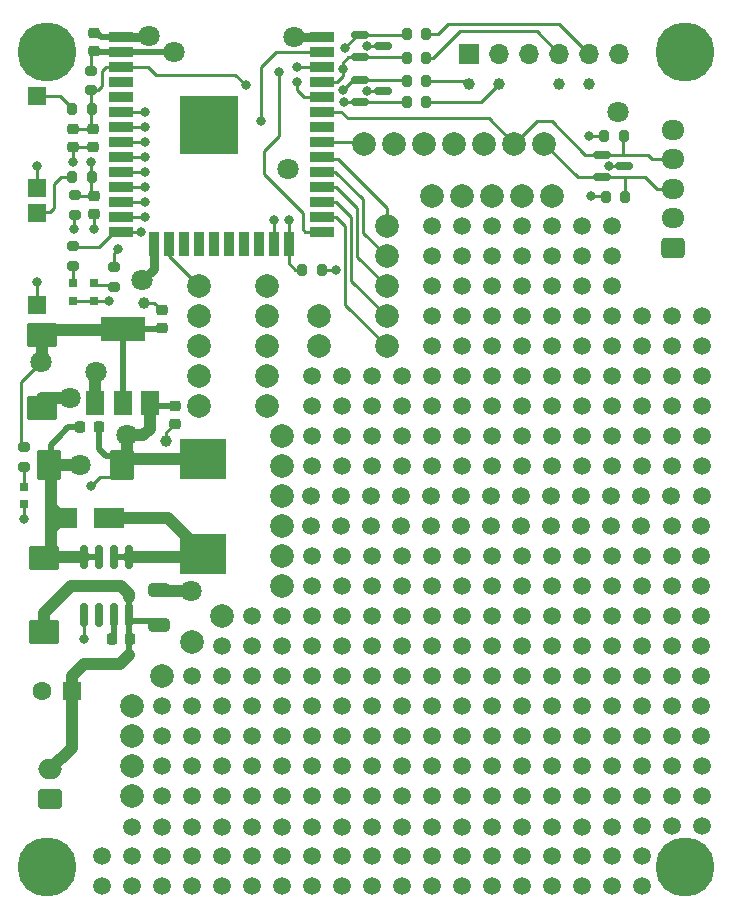
<source format=gbr>
%TF.GenerationSoftware,KiCad,Pcbnew,(6.0.1)*%
%TF.CreationDate,2023-01-01T21:05:58-08:00*%
%TF.ProjectId,ESP32 Protoboard - Small R1,45535033-3220-4507-926f-746f626f6172,rev?*%
%TF.SameCoordinates,Original*%
%TF.FileFunction,Copper,L1,Top*%
%TF.FilePolarity,Positive*%
%FSLAX46Y46*%
G04 Gerber Fmt 4.6, Leading zero omitted, Abs format (unit mm)*
G04 Created by KiCad (PCBNEW (6.0.1)) date 2023-01-01 21:05:58*
%MOMM*%
%LPD*%
G01*
G04 APERTURE LIST*
G04 Aperture macros list*
%AMRoundRect*
0 Rectangle with rounded corners*
0 $1 Rounding radius*
0 $2 $3 $4 $5 $6 $7 $8 $9 X,Y pos of 4 corners*
0 Add a 4 corners polygon primitive as box body*
4,1,4,$2,$3,$4,$5,$6,$7,$8,$9,$2,$3,0*
0 Add four circle primitives for the rounded corners*
1,1,$1+$1,$2,$3*
1,1,$1+$1,$4,$5*
1,1,$1+$1,$6,$7*
1,1,$1+$1,$8,$9*
0 Add four rect primitives between the rounded corners*
20,1,$1+$1,$2,$3,$4,$5,0*
20,1,$1+$1,$4,$5,$6,$7,0*
20,1,$1+$1,$6,$7,$8,$9,0*
20,1,$1+$1,$8,$9,$2,$3,0*%
G04 Aperture macros list end*
%TA.AperFunction,SMDPad,CuDef*%
%ADD10R,0.800000X0.800000*%
%TD*%
%TA.AperFunction,SMDPad,CuDef*%
%ADD11RoundRect,0.200000X0.275000X-0.200000X0.275000X0.200000X-0.275000X0.200000X-0.275000X-0.200000X0*%
%TD*%
%TA.AperFunction,SMDPad,CuDef*%
%ADD12RoundRect,0.200000X0.200000X0.275000X-0.200000X0.275000X-0.200000X-0.275000X0.200000X-0.275000X0*%
%TD*%
%TA.AperFunction,SMDPad,CuDef*%
%ADD13R,1.500000X1.500000*%
%TD*%
%TA.AperFunction,SMDPad,CuDef*%
%ADD14RoundRect,0.200000X-0.275000X0.200000X-0.275000X-0.200000X0.275000X-0.200000X0.275000X0.200000X0*%
%TD*%
%TA.AperFunction,SMDPad,CuDef*%
%ADD15RoundRect,0.225000X0.225000X0.250000X-0.225000X0.250000X-0.225000X-0.250000X0.225000X-0.250000X0*%
%TD*%
%TA.AperFunction,SMDPad,CuDef*%
%ADD16RoundRect,0.225000X0.250000X-0.225000X0.250000X0.225000X-0.250000X0.225000X-0.250000X-0.225000X0*%
%TD*%
%TA.AperFunction,SMDPad,CuDef*%
%ADD17RoundRect,0.250000X0.650000X-0.325000X0.650000X0.325000X-0.650000X0.325000X-0.650000X-0.325000X0*%
%TD*%
%TA.AperFunction,ComponentPad*%
%ADD18C,0.800000*%
%TD*%
%TA.AperFunction,ComponentPad*%
%ADD19C,5.000000*%
%TD*%
%TA.AperFunction,ComponentPad*%
%ADD20R,1.600000X1.600000*%
%TD*%
%TA.AperFunction,ComponentPad*%
%ADD21C,1.600000*%
%TD*%
%TA.AperFunction,SMDPad,CuDef*%
%ADD22RoundRect,0.150000X0.150000X-0.825000X0.150000X0.825000X-0.150000X0.825000X-0.150000X-0.825000X0*%
%TD*%
%TA.AperFunction,SMDPad,CuDef*%
%ADD23RoundRect,0.250000X0.787500X1.025000X-0.787500X1.025000X-0.787500X-1.025000X0.787500X-1.025000X0*%
%TD*%
%TA.AperFunction,SMDPad,CuDef*%
%ADD24RoundRect,0.250000X1.025000X-0.787500X1.025000X0.787500X-1.025000X0.787500X-1.025000X-0.787500X0*%
%TD*%
%TA.AperFunction,SMDPad,CuDef*%
%ADD25RoundRect,0.250000X-1.025000X0.787500X-1.025000X-0.787500X1.025000X-0.787500X1.025000X0.787500X0*%
%TD*%
%TA.AperFunction,SMDPad,CuDef*%
%ADD26RoundRect,0.225000X-0.250000X0.225000X-0.250000X-0.225000X0.250000X-0.225000X0.250000X0.225000X0*%
%TD*%
%TA.AperFunction,SMDPad,CuDef*%
%ADD27R,1.500000X2.000000*%
%TD*%
%TA.AperFunction,SMDPad,CuDef*%
%ADD28R,3.800000X2.000000*%
%TD*%
%TA.AperFunction,SMDPad,CuDef*%
%ADD29RoundRect,0.200000X-0.200000X-0.275000X0.200000X-0.275000X0.200000X0.275000X-0.200000X0.275000X0*%
%TD*%
%TA.AperFunction,SMDPad,CuDef*%
%ADD30R,2.500000X1.800000*%
%TD*%
%TA.AperFunction,SMDPad,CuDef*%
%ADD31R,2.000000X0.900000*%
%TD*%
%TA.AperFunction,SMDPad,CuDef*%
%ADD32R,0.900000X2.000000*%
%TD*%
%TA.AperFunction,SMDPad,CuDef*%
%ADD33R,5.000000X5.000000*%
%TD*%
%TA.AperFunction,SMDPad,CuDef*%
%ADD34R,4.000000X3.500000*%
%TD*%
%TA.AperFunction,ComponentPad*%
%ADD35C,1.000000*%
%TD*%
%TA.AperFunction,ComponentPad*%
%ADD36RoundRect,0.250000X0.750000X-0.600000X0.750000X0.600000X-0.750000X0.600000X-0.750000X-0.600000X0*%
%TD*%
%TA.AperFunction,ComponentPad*%
%ADD37O,2.000000X1.700000*%
%TD*%
%TA.AperFunction,ComponentPad*%
%ADD38RoundRect,0.250000X0.725000X-0.600000X0.725000X0.600000X-0.725000X0.600000X-0.725000X-0.600000X0*%
%TD*%
%TA.AperFunction,ComponentPad*%
%ADD39O,1.950000X1.700000*%
%TD*%
%TA.AperFunction,ComponentPad*%
%ADD40C,1.500000*%
%TD*%
%TA.AperFunction,ComponentPad*%
%ADD41C,2.000000*%
%TD*%
%TA.AperFunction,ComponentPad*%
%ADD42R,1.700000X1.700000*%
%TD*%
%TA.AperFunction,ComponentPad*%
%ADD43O,1.700000X1.700000*%
%TD*%
%TA.AperFunction,SMDPad,CuDef*%
%ADD44RoundRect,0.150000X-0.587500X-0.150000X0.587500X-0.150000X0.587500X0.150000X-0.587500X0.150000X0*%
%TD*%
%TA.AperFunction,ViaPad*%
%ADD45C,1.800000*%
%TD*%
%TA.AperFunction,ViaPad*%
%ADD46C,0.800000*%
%TD*%
%TA.AperFunction,ViaPad*%
%ADD47C,1.000000*%
%TD*%
%TA.AperFunction,Conductor*%
%ADD48C,0.750000*%
%TD*%
%TA.AperFunction,Conductor*%
%ADD49C,1.000000*%
%TD*%
%TA.AperFunction,Conductor*%
%ADD50C,0.500000*%
%TD*%
%TA.AperFunction,Conductor*%
%ADD51C,0.250000*%
%TD*%
G04 APERTURE END LIST*
D10*
%TO.P,D12,1,K*%
%TO.N,GND*%
X5207000Y-24118000D03*
%TO.P,D12,2,A*%
%TO.N,Net-(D12-Pad2)*%
X5207000Y-22618000D03*
%TD*%
D11*
%TO.P,R10,1*%
%TO.N,Net-(D12-Pad2)*%
X5207000Y-21145000D03*
%TO.P,R10,2*%
%TO.N,Net-(IO12-Pad1)*%
X5207000Y-19495000D03*
%TD*%
D12*
%TO.P,R14,1*%
%TO.N,Net-(D2-Pad1)*%
X51826000Y-10160000D03*
%TO.P,R14,2*%
%TO.N,+3V3*%
X50176000Y-10160000D03*
%TD*%
D13*
%TO.P,SW1,1,1*%
%TO.N,Net-(R3-Pad1)*%
X2159000Y-6768000D03*
%TO.P,SW1,2,2*%
%TO.N,GND*%
X2159000Y-14568000D03*
%TD*%
D14*
%TO.P,R6,1*%
%TO.N,/PROG*%
X5334000Y-15177000D03*
%TO.P,R6,2*%
%TO.N,+3V3*%
X5334000Y-16827000D03*
%TD*%
D15*
%TO.P,C3,1*%
%TO.N,+5V*%
X7379000Y-34798000D03*
%TO.P,C3,2*%
%TO.N,GND*%
X5829000Y-34798000D03*
%TD*%
D16*
%TO.P,C11,1*%
%TO.N,+3V3*%
X12700000Y-26429000D03*
%TO.P,C11,2*%
%TO.N,GND*%
X12700000Y-24879000D03*
%TD*%
D17*
%TO.P,C2,1*%
%TO.N,VCC*%
X12446000Y-51513000D03*
%TO.P,C2,2*%
%TO.N,GND*%
X12446000Y-48563000D03*
%TD*%
D10*
%TO.P,D8,1,K*%
%TO.N,GND*%
X6985000Y-24118000D03*
%TO.P,D8,2,A*%
%TO.N,Net-(D8-Pad2)*%
X6985000Y-22618000D03*
%TD*%
D11*
%TO.P,R4,1*%
%TO.N,/RESET*%
X6731000Y-6286000D03*
%TO.P,R4,2*%
%TO.N,+3V3*%
X6731000Y-4636000D03*
%TD*%
D18*
%TO.P,H4,1*%
%TO.N,N/C*%
X55674175Y-73325825D03*
X55125000Y-72000000D03*
X55674175Y-70674175D03*
D19*
X57000000Y-72000000D03*
D18*
X58875000Y-72000000D03*
X58325825Y-73325825D03*
X58325825Y-70674175D03*
X57000000Y-70125000D03*
X57000000Y-73875000D03*
%TD*%
%TO.P,H3,1*%
%TO.N,N/C*%
X57000000Y-1125000D03*
X55674175Y-4325825D03*
D19*
X57000000Y-3000000D03*
D18*
X58325825Y-4325825D03*
X57000000Y-4875000D03*
X55674175Y-1674175D03*
X55125000Y-3000000D03*
X58325825Y-1674175D03*
X58875000Y-3000000D03*
%TD*%
D12*
%TO.P,R15,1*%
%TO.N,Net-(D2-Pad2)*%
X51953000Y-15277500D03*
%TO.P,R15,2*%
%TO.N,+3V3*%
X50303000Y-15277500D03*
%TD*%
%TO.P,R5,1*%
%TO.N,GND*%
X26257000Y-21500000D03*
%TO.P,R5,2*%
%TO.N,Net-(IO2-Pad1)*%
X24607000Y-21500000D03*
%TD*%
D10*
%TO.P,D7,1,K*%
%TO.N,GND*%
X1016000Y-41338000D03*
%TO.P,D7,2,A*%
%TO.N,Net-(D7-Pad2)*%
X1016000Y-39838000D03*
%TD*%
D20*
%TO.P,C1,1*%
%TO.N,VCC*%
X5080000Y-57150000D03*
D21*
%TO.P,C1,2*%
%TO.N,GND*%
X2580000Y-57150000D03*
%TD*%
D22*
%TO.P,U2,1,FB*%
%TO.N,+5V*%
X6096000Y-50717000D03*
%TO.P,U2,2,NC*%
%TO.N,unconnected-(U2-Pad2)*%
X7366000Y-50717000D03*
%TO.P,U2,3,VC*%
%TO.N,Net-(C5-Pad2)*%
X8636000Y-50717000D03*
%TO.P,U2,4,VIn*%
%TO.N,VCC*%
X9906000Y-50717000D03*
%TO.P,U2,5,SW*%
%TO.N,Net-(D1-Pad1)*%
X9906000Y-45767000D03*
%TO.P,U2,6,SW*%
X8636000Y-45767000D03*
%TO.P,U2,7,GND*%
%TO.N,GND*%
X7366000Y-45767000D03*
%TO.P,U2,8,GND*%
X6096000Y-45767000D03*
%TD*%
D18*
%TO.P,H2,1*%
%TO.N,N/C*%
X3000000Y-70125000D03*
D19*
X3000000Y-72000000D03*
D18*
X3000000Y-73875000D03*
X4875000Y-72000000D03*
X4325825Y-70674175D03*
X1125000Y-72000000D03*
X1674175Y-73325825D03*
X4325825Y-73325825D03*
X1674175Y-70674175D03*
%TD*%
D13*
%TO.P,SW2,1,1*%
%TO.N,Net-(R7-Pad1)*%
X2159000Y-16674000D03*
%TO.P,SW2,2,2*%
%TO.N,GND*%
X2159000Y-24474000D03*
%TD*%
D23*
%TO.P,C4,1*%
%TO.N,+5V*%
X9363500Y-37992000D03*
%TO.P,C4,2*%
%TO.N,GND*%
X3138500Y-37992000D03*
%TD*%
D11*
%TO.P,R26,1*%
%TO.N,Net-(D7-Pad2)*%
X1016000Y-38163000D03*
%TO.P,R26,2*%
%TO.N,+3V3*%
X1016000Y-36513000D03*
%TD*%
D24*
%TO.P,C7,1*%
%TO.N,VCC*%
X2751000Y-52104500D03*
%TO.P,C7,2*%
%TO.N,GND*%
X2751000Y-45879500D03*
%TD*%
D25*
%TO.P,C10,1*%
%TO.N,+3V3*%
X2540000Y-26986500D03*
%TO.P,C10,2*%
%TO.N,GND*%
X2540000Y-33211500D03*
%TD*%
D16*
%TO.P,C9,1*%
%TO.N,+3V3*%
X7000000Y-2934000D03*
%TO.P,C9,2*%
%TO.N,GND*%
X7000000Y-1384000D03*
%TD*%
D26*
%TO.P,C8,1*%
%TO.N,/RESET*%
X5207000Y-9512000D03*
%TO.P,C8,2*%
%TO.N,GND*%
X5207000Y-11062000D03*
%TD*%
D27*
%TO.P,U3,1,GND*%
%TO.N,GND*%
X7098000Y-32741000D03*
%TO.P,U3,2,VO*%
%TO.N,+3V3*%
X9398000Y-32741000D03*
D28*
X9398000Y-26441000D03*
D27*
%TO.P,U3,3,VI*%
%TO.N,+5V*%
X11698000Y-32741000D03*
%TD*%
D11*
%TO.P,R27,1*%
%TO.N,Net-(D8-Pad2)*%
X8636000Y-22923000D03*
%TO.P,R27,2*%
%TO.N,Net-(IO32-Pad1)*%
X8636000Y-21273000D03*
%TD*%
D26*
%TO.P,C6,1*%
%TO.N,+5V*%
X13843000Y-33007000D03*
%TO.P,C6,2*%
%TO.N,GND*%
X13843000Y-34557000D03*
%TD*%
D15*
%TO.P,C5,1*%
%TO.N,VCC*%
X10026000Y-52742000D03*
%TO.P,C5,2*%
%TO.N,Net-(C5-Pad2)*%
X8476000Y-52742000D03*
%TD*%
D29*
%TO.P,R7,1*%
%TO.N,Net-(R7-Pad1)*%
X5144000Y-13589000D03*
%TO.P,R7,2*%
%TO.N,/PROG*%
X6794000Y-13589000D03*
%TD*%
%TO.P,R3,1*%
%TO.N,Net-(R3-Pad1)*%
X5144000Y-7874000D03*
%TO.P,R3,2*%
%TO.N,/RESET*%
X6794000Y-7874000D03*
%TD*%
D30*
%TO.P,D1,1,K*%
%TO.N,Net-(D1-Pad1)*%
X8251000Y-42492000D03*
%TO.P,D1,2,A*%
%TO.N,GND*%
X4251000Y-42492000D03*
%TD*%
D31*
%TO.P,U1,1,GND*%
%TO.N,GND*%
X9250000Y-1745000D03*
%TO.P,U1,2,VDD*%
%TO.N,+3V3*%
X9250000Y-3015000D03*
%TO.P,U1,3,EN*%
%TO.N,/RESET*%
X9250000Y-4285000D03*
%TO.P,U1,4,SENSOR_VP*%
%TO.N,unconnected-(U1-Pad4)*%
X9250000Y-5555000D03*
%TO.P,U1,5,SENSOR_VN*%
%TO.N,unconnected-(U1-Pad5)*%
X9250000Y-6825000D03*
%TO.P,U1,6,IO34*%
%TO.N,Net-(IO34-Pad1)*%
X9250000Y-8095000D03*
%TO.P,U1,7,IO35*%
%TO.N,Net-(IO35-Pad1)*%
X9250000Y-9365000D03*
%TO.P,U1,8,IO32*%
%TO.N,Net-(IO32-Pad1)*%
X9250000Y-10635000D03*
%TO.P,U1,9,IO33*%
%TO.N,Net-(IO33-Pad1)*%
X9250000Y-11905000D03*
%TO.P,U1,10,IO25*%
%TO.N,Net-(IO25-Pad1)*%
X9250000Y-13175000D03*
%TO.P,U1,11,IO26*%
%TO.N,Net-(IO26-Pad1)*%
X9250000Y-14445000D03*
%TO.P,U1,12,IO27*%
%TO.N,Net-(IO27-Pad1)*%
X9250000Y-15715000D03*
%TO.P,U1,13,IO14*%
%TO.N,Net-(IO14-Pad1)*%
X9250000Y-16985000D03*
%TO.P,U1,14,IO12*%
%TO.N,Net-(IO12-Pad1)*%
X9250000Y-18255000D03*
D32*
%TO.P,U1,15,GND*%
%TO.N,GND*%
X12035000Y-19255000D03*
%TO.P,U1,16,IO13*%
%TO.N,Net-(IO13-Pad1)*%
X13305000Y-19255000D03*
%TO.P,U1,17,SHD/SD2*%
%TO.N,unconnected-(U1-Pad17)*%
X14575000Y-19255000D03*
%TO.P,U1,18,SWP/SD3*%
%TO.N,unconnected-(U1-Pad18)*%
X15845000Y-19255000D03*
%TO.P,U1,19,SCS/CMD*%
%TO.N,unconnected-(U1-Pad19)*%
X17115000Y-19255000D03*
%TO.P,U1,20,SCK/CLK*%
%TO.N,unconnected-(U1-Pad20)*%
X18385000Y-19255000D03*
%TO.P,U1,21,SDO/SD0*%
%TO.N,unconnected-(U1-Pad21)*%
X19655000Y-19255000D03*
%TO.P,U1,22,SDI/SD1*%
%TO.N,unconnected-(U1-Pad22)*%
X20925000Y-19255000D03*
%TO.P,U1,23,IO15*%
%TO.N,Net-(IO15-Pad1)*%
X22195000Y-19255000D03*
%TO.P,U1,24,IO2*%
%TO.N,Net-(IO2-Pad1)*%
X23465000Y-19255000D03*
D31*
%TO.P,U1,25,IO0*%
%TO.N,/PROG*%
X26250000Y-18255000D03*
%TO.P,U1,26,IO4*%
%TO.N,Net-(IO4-Pad1)*%
X26250000Y-16985000D03*
%TO.P,U1,27,IO16*%
%TO.N,Net-(IO16-Pad1)*%
X26250000Y-15715000D03*
%TO.P,U1,28,IO17*%
%TO.N,Net-(IO17-Pad1)*%
X26250000Y-14445000D03*
%TO.P,U1,29,IO5*%
%TO.N,Net-(IO5-Pad1)*%
X26250000Y-13175000D03*
%TO.P,U1,30,IO18*%
%TO.N,Net-(IO18-Pad1)*%
X26250000Y-11905000D03*
%TO.P,U1,31,IO19*%
%TO.N,Net-(IO19-Pad1)*%
X26250000Y-10635000D03*
%TO.P,U1,32,NC*%
%TO.N,unconnected-(U1-Pad32)*%
X26250000Y-9365000D03*
%TO.P,U1,33,IO21*%
%TO.N,Net-(D2-Pad1)*%
X26250000Y-8095000D03*
%TO.P,U1,34,RXD0/IO3*%
%TO.N,/TXD*%
X26250000Y-6825000D03*
%TO.P,U1,35,TXD0/IO1*%
%TO.N,/RXD*%
X26250000Y-5555000D03*
%TO.P,U1,36,IO22*%
%TO.N,Net-(D2-Pad2)*%
X26250000Y-4285000D03*
%TO.P,U1,37,IO23*%
%TO.N,Net-(IO23-Pad1)*%
X26250000Y-3015000D03*
%TO.P,U1,38,GND*%
%TO.N,GND*%
X26250000Y-1745000D03*
D33*
%TO.P,U1,39,GND*%
X16750000Y-9245000D03*
%TD*%
D34*
%TO.P,L1,1,1*%
%TO.N,Net-(D1-Pad1)*%
X16251000Y-45492000D03*
%TO.P,L1,2,2*%
%TO.N,+5V*%
X16251000Y-37492000D03*
%TD*%
D18*
%TO.P,H1,1*%
%TO.N,N/C*%
X4325825Y-4325825D03*
X3000000Y-1125000D03*
X4325825Y-1674175D03*
X1674175Y-1674175D03*
D19*
X3000000Y-3000000D03*
D18*
X4875000Y-3000000D03*
X1674175Y-4325825D03*
X1125000Y-3000000D03*
X3000000Y-4875000D03*
%TD*%
D29*
%TO.P,R2,1*%
%TO.N,/RXD*%
X33465000Y-3556000D03*
%TO.P,R2,2*%
%TO.N,Net-(J2-Pad4)*%
X35115000Y-3556000D03*
%TD*%
D35*
%TO.P,TP1,1,1*%
%TO.N,Net-(J2-Pad5)*%
X48895000Y-5715000D03*
%TD*%
%TO.P,TP2,1,1*%
%TO.N,Net-(J2-Pad4)*%
X46355000Y-5715000D03*
%TD*%
%TO.P,TP3,1,1*%
%TO.N,Net-(J2-Pad2)*%
X41275000Y-5715000D03*
%TD*%
%TO.P,TP4,1,1*%
%TO.N,Net-(J2-Pad1)*%
X38735000Y-5715000D03*
%TD*%
D36*
%TO.P,J1,1,Pin_1*%
%TO.N,GND*%
X3268000Y-66254000D03*
D37*
%TO.P,J1,2,Pin_2*%
%TO.N,VCC*%
X3268000Y-63754000D03*
%TD*%
D38*
%TO.P,J8,1,Pin_1*%
%TO.N,+5V*%
X55990000Y-19605000D03*
D39*
%TO.P,J8,2,Pin_2*%
%TO.N,+3V3*%
X55990000Y-17105000D03*
%TO.P,J8,3,Pin_3*%
%TO.N,Net-(D2-Pad2)*%
X55990000Y-14605000D03*
%TO.P,J8,4,Pin_4*%
%TO.N,Net-(D2-Pad1)*%
X55990000Y-12105000D03*
%TO.P,J8,5,Pin_5*%
%TO.N,GND*%
X55990000Y-9605000D03*
%TD*%
D40*
%TO.P,REF\u002A\u002A,1*%
%TO.N,N/C*%
X55880000Y-35560000D03*
%TD*%
%TO.P,REF\u002A\u002A,1*%
%TO.N,N/C*%
X38067310Y-40640000D03*
%TD*%
%TO.P,REF\u002A\u002A,1*%
%TO.N,N/C*%
X48260000Y-73660000D03*
%TD*%
%TO.P,REF\u002A\u002A,1*%
%TO.N,N/C*%
X30480000Y-66040000D03*
%TD*%
%TO.P,REF\u002A\u002A,1*%
%TO.N,N/C*%
X30480000Y-48260000D03*
%TD*%
%TO.P,REF\u002A\u002A,1*%
%TO.N,N/C*%
X15240000Y-73660000D03*
%TD*%
%TO.P,REF\u002A\u002A,1*%
%TO.N,N/C*%
X38100000Y-45720000D03*
%TD*%
%TO.P,REF\u002A\u002A,1*%
%TO.N,N/C*%
X27940000Y-73660000D03*
%TD*%
%TO.P,REF\u002A\u002A,1*%
%TO.N,N/C*%
X33020000Y-50800000D03*
%TD*%
%TO.P,REF\u002A\u002A,1*%
%TO.N,N/C*%
X45720000Y-50800000D03*
%TD*%
%TO.P,REF\u002A\u002A,1*%
%TO.N,N/C*%
X40640000Y-48260000D03*
%TD*%
%TO.P,REF\u002A\u002A,1*%
%TO.N,N/C*%
X27940000Y-71120000D03*
%TD*%
%TO.P,REF\u002A\u002A,1*%
%TO.N,N/C*%
X50800000Y-35560000D03*
%TD*%
%TO.P,REF\u002A\u002A,1*%
%TO.N,N/C*%
X22860000Y-50800000D03*
%TD*%
%TO.P,REF\u002A\u002A,1*%
%TO.N,N/C*%
X38100000Y-68612690D03*
%TD*%
%TO.P,REF\u002A\u002A,1*%
%TO.N,N/C*%
X33020000Y-38100000D03*
%TD*%
%TO.P,REF\u002A\u002A,1*%
%TO.N,N/C*%
X15240000Y-55880000D03*
%TD*%
%TO.P,REF\u002A\u002A,1*%
%TO.N,N/C*%
X25400000Y-68612690D03*
%TD*%
%TO.P,REF\u002A\u002A,1*%
%TO.N,N/C*%
X55880000Y-68580000D03*
%TD*%
%TO.P,REF\u002A\u002A,1*%
%TO.N,N/C*%
X15240000Y-68612690D03*
%TD*%
D41*
%TO.P,IO21,1,1*%
%TO.N,Net-(D2-Pad1)*%
X42545000Y-10795000D03*
%TD*%
D40*
%TO.P,REF\u002A\u002A,1*%
%TO.N,N/C*%
X20320000Y-73660000D03*
%TD*%
%TO.P,REF\u002A\u002A,1*%
%TO.N,N/C*%
X55880000Y-58420000D03*
%TD*%
D41*
%TO.P,IO17,1,1*%
%TO.N,Net-(IO17-Pad1)*%
X31750000Y-22860000D03*
%TD*%
D40*
%TO.P,REF\u002A\u002A,1*%
%TO.N,N/C*%
X20320000Y-71120000D03*
%TD*%
%TO.P,REF\u002A\u002A,1*%
%TO.N,N/C*%
X55847310Y-40640000D03*
%TD*%
%TO.P,REF\u002A\u002A,1*%
%TO.N,N/C*%
X30447310Y-43159141D03*
%TD*%
%TO.P,REF\u002A\u002A,1*%
%TO.N,N/C*%
X53307310Y-40640000D03*
%TD*%
%TO.P,REF\u002A\u002A,1*%
%TO.N,N/C*%
X35560000Y-33020000D03*
%TD*%
%TO.P,REF\u002A\u002A,1*%
%TO.N,N/C*%
X43180000Y-22860000D03*
%TD*%
%TO.P,REF\u002A\u002A,1*%
%TO.N,N/C*%
X43180000Y-35560000D03*
%TD*%
%TO.P,REF\u002A\u002A,1*%
%TO.N,N/C*%
X22860000Y-60960000D03*
%TD*%
%TO.P,REF\u002A\u002A,1*%
%TO.N,N/C*%
X58420000Y-38100000D03*
%TD*%
%TO.P,REF\u002A\u002A,1*%
%TO.N,N/C*%
X58420000Y-63500000D03*
%TD*%
%TO.P,REF\u002A\u002A,1*%
%TO.N,N/C*%
X32987310Y-40640000D03*
%TD*%
%TO.P,REF\u002A\u002A,1*%
%TO.N,N/C*%
X55880000Y-33020000D03*
%TD*%
D41*
%TO.P,IO14,1,1*%
%TO.N,Net-(IO14-Pad1)*%
X15875000Y-30480000D03*
%TD*%
D40*
%TO.P,REF\u002A\u002A,1*%
%TO.N,N/C*%
X40640000Y-22860000D03*
%TD*%
%TO.P,REF\u002A\u002A,1*%
%TO.N,N/C*%
X30480000Y-60960000D03*
%TD*%
%TO.P,REF\u002A\u002A,1*%
%TO.N,N/C*%
X27940000Y-45720000D03*
%TD*%
%TO.P,REF\u002A\u002A,1*%
%TO.N,N/C*%
X45720000Y-33020000D03*
%TD*%
%TO.P,REF\u002A\u002A,1*%
%TO.N,N/C*%
X27940000Y-38100000D03*
%TD*%
%TO.P,REF\u002A\u002A,1*%
%TO.N,N/C*%
X50800000Y-45720000D03*
%TD*%
%TO.P,REF\u002A\u002A,1*%
%TO.N,N/C*%
X22860000Y-68612690D03*
%TD*%
%TO.P,REF\u002A\u002A,1*%
%TO.N,N/C*%
X40640000Y-68612690D03*
%TD*%
%TO.P,REF\u002A\u002A,1*%
%TO.N,N/C*%
X48260000Y-20320000D03*
%TD*%
%TO.P,REF\u002A\u002A,1*%
%TO.N,N/C*%
X33020000Y-55880000D03*
%TD*%
%TO.P,REF\u002A\u002A,1*%
%TO.N,N/C*%
X20320000Y-53340000D03*
%TD*%
%TO.P,REF\u002A\u002A,1*%
%TO.N,N/C*%
X35560000Y-25400000D03*
%TD*%
%TO.P,REF\u002A\u002A,1*%
%TO.N,N/C*%
X35560000Y-48260000D03*
%TD*%
%TO.P,REF\u002A\u002A,1*%
%TO.N,N/C*%
X40640000Y-25400000D03*
%TD*%
%TO.P,REF\u002A\u002A,1*%
%TO.N,N/C*%
X53340000Y-71120000D03*
%TD*%
%TO.P,REF\u002A\u002A,1*%
%TO.N,N/C*%
X17780000Y-63500000D03*
%TD*%
%TO.P,REF\u002A\u002A,1*%
%TO.N,N/C*%
X7620000Y-71120000D03*
%TD*%
%TO.P,REF\u002A\u002A,1*%
%TO.N,N/C*%
X48260000Y-53340000D03*
%TD*%
%TO.P,REF\u002A\u002A,1*%
%TO.N,N/C*%
X35560000Y-63500000D03*
%TD*%
%TO.P,REF\u002A\u002A,1*%
%TO.N,N/C*%
X38100000Y-38100000D03*
%TD*%
%TO.P,REF\u002A\u002A,1*%
%TO.N,N/C*%
X35560000Y-73660000D03*
%TD*%
D26*
%TO.P,C13,1*%
%TO.N,/PROG*%
X6985000Y-15227000D03*
%TO.P,C13,2*%
%TO.N,GND*%
X6985000Y-16777000D03*
%TD*%
D40*
%TO.P,REF\u002A\u002A,1*%
%TO.N,N/C*%
X33020000Y-60960000D03*
%TD*%
%TO.P,REF\u002A\u002A,1*%
%TO.N,N/C*%
X35560000Y-17780000D03*
%TD*%
%TO.P,REF\u002A\u002A,1*%
%TO.N,N/C*%
X12700000Y-58420000D03*
%TD*%
%TO.P,REF\u002A\u002A,1*%
%TO.N,N/C*%
X20320000Y-58420000D03*
%TD*%
%TO.P,REF\u002A\u002A,1*%
%TO.N,N/C*%
X53340000Y-50800000D03*
%TD*%
%TO.P,REF\u002A\u002A,1*%
%TO.N,N/C*%
X27940000Y-68612690D03*
%TD*%
%TO.P,REF\u002A\u002A,1*%
%TO.N,N/C*%
X50800000Y-58420000D03*
%TD*%
%TO.P,REF\u002A\u002A,1*%
%TO.N,N/C*%
X58387310Y-53340000D03*
%TD*%
%TO.P,REF\u002A\u002A,1*%
%TO.N,N/C*%
X40640000Y-66040000D03*
%TD*%
%TO.P,REF\u002A\u002A,1*%
%TO.N,N/C*%
X38100000Y-66040000D03*
%TD*%
%TO.P,REF\u002A\u002A,1*%
%TO.N,N/C*%
X25400000Y-35560000D03*
%TD*%
%TO.P,REF\u002A\u002A,1*%
%TO.N,N/C*%
X35560000Y-45720000D03*
%TD*%
%TO.P,REF\u002A\u002A,1*%
%TO.N,N/C*%
X58420000Y-33020000D03*
%TD*%
%TO.P,REF\u002A\u002A,1*%
%TO.N,N/C*%
X25400000Y-63500000D03*
%TD*%
%TO.P,REF\u002A\u002A,1*%
%TO.N,N/C*%
X43180000Y-73660000D03*
%TD*%
D41*
%TO.P,VIN1,1,1*%
%TO.N,VCC*%
X10160000Y-66040000D03*
%TD*%
D40*
%TO.P,REF\u002A\u002A,1*%
%TO.N,N/C*%
X30480000Y-55880000D03*
%TD*%
%TO.P,REF\u002A\u002A,1*%
%TO.N,N/C*%
X40640000Y-30480000D03*
%TD*%
%TO.P,REF\u002A\u002A,1*%
%TO.N,N/C*%
X40640000Y-20320000D03*
%TD*%
%TO.P,REF\u002A\u002A,1*%
%TO.N,N/C*%
X40640000Y-58420000D03*
%TD*%
%TO.P,REF\u002A\u002A,1*%
%TO.N,N/C*%
X43180000Y-30480000D03*
%TD*%
%TO.P,REF\u002A\u002A,1*%
%TO.N,N/C*%
X58387310Y-60960000D03*
%TD*%
%TO.P,REF\u002A\u002A,1*%
%TO.N,N/C*%
X43180000Y-53340000D03*
%TD*%
%TO.P,REF\u002A\u002A,1*%
%TO.N,N/C*%
X17780000Y-58420000D03*
%TD*%
%TO.P,REF\u002A\u002A,1*%
%TO.N,N/C*%
X45720000Y-22860000D03*
%TD*%
%TO.P,REF\u002A\u002A,1*%
%TO.N,N/C*%
X17780000Y-53340000D03*
%TD*%
%TO.P,REF\u002A\u002A,1*%
%TO.N,N/C*%
X22860000Y-58420000D03*
%TD*%
%TO.P,REF\u002A\u002A,1*%
%TO.N,N/C*%
X15240000Y-58420000D03*
%TD*%
%TO.P,REF\u002A\u002A,1*%
%TO.N,N/C*%
X48260000Y-48260000D03*
%TD*%
%TO.P,REF\u002A\u002A,1*%
%TO.N,N/C*%
X40607310Y-43159141D03*
%TD*%
%TO.P,REF\u002A\u002A,1*%
%TO.N,N/C*%
X38100000Y-22860000D03*
%TD*%
%TO.P,REF\u002A\u002A,1*%
%TO.N,N/C*%
X40640000Y-71120000D03*
%TD*%
%TO.P,REF\u002A\u002A,1*%
%TO.N,N/C*%
X58387310Y-43159141D03*
%TD*%
%TO.P,REF\u002A\u002A,1*%
%TO.N,N/C*%
X58387310Y-50800000D03*
%TD*%
%TO.P,REF\u002A\u002A,1*%
%TO.N,N/C*%
X43180000Y-48260000D03*
%TD*%
%TO.P,REF\u002A\u002A,1*%
%TO.N,N/C*%
X33020000Y-58420000D03*
%TD*%
%TO.P,REF\u002A\u002A,1*%
%TO.N,N/C*%
X43180000Y-60960000D03*
%TD*%
%TO.P,REF\u002A\u002A,1*%
%TO.N,N/C*%
X33020000Y-53340000D03*
%TD*%
%TO.P,REF\u002A\u002A,1*%
%TO.N,N/C*%
X30480000Y-38100000D03*
%TD*%
%TO.P,REF\u002A\u002A,1*%
%TO.N,N/C*%
X35527310Y-40640000D03*
%TD*%
%TO.P,REF\u002A\u002A,1*%
%TO.N,N/C*%
X40640000Y-27940000D03*
%TD*%
D41*
%TO.P,VIN4,1,1*%
%TO.N,VCC*%
X15240000Y-52998250D03*
%TD*%
D40*
%TO.P,REF\u002A\u002A,1*%
%TO.N,N/C*%
X38100000Y-17780000D03*
%TD*%
%TO.P,REF\u002A\u002A,1*%
%TO.N,N/C*%
X22860000Y-55880000D03*
%TD*%
D41*
%TO.P,VIN2,1,1*%
%TO.N,VCC*%
X10160000Y-60960000D03*
%TD*%
D40*
%TO.P,REF\u002A\u002A,1*%
%TO.N,N/C*%
X50800000Y-71120000D03*
%TD*%
%TO.P,REF\u002A\u002A,1*%
%TO.N,N/C*%
X45720000Y-48260000D03*
%TD*%
%TO.P,REF\u002A\u002A,1*%
%TO.N,N/C*%
X27907310Y-40640000D03*
%TD*%
%TO.P,REF\u002A\u002A,1*%
%TO.N,N/C*%
X48260000Y-22860000D03*
%TD*%
%TO.P,REF\u002A\u002A,1*%
%TO.N,N/C*%
X53340000Y-55880000D03*
%TD*%
%TO.P,REF\u002A\u002A,1*%
%TO.N,N/C*%
X38100000Y-63500000D03*
%TD*%
%TO.P,REF\u002A\u002A,1*%
%TO.N,N/C*%
X48260000Y-68612690D03*
%TD*%
%TO.P,REF\u002A\u002A,1*%
%TO.N,N/C*%
X40640000Y-73660000D03*
%TD*%
%TO.P,REF\u002A\u002A,1*%
%TO.N,N/C*%
X15240000Y-60960000D03*
%TD*%
D41*
%TO.P,IO18,1,1*%
%TO.N,Net-(IO18-Pad1)*%
X31750000Y-17780000D03*
%TD*%
D40*
%TO.P,REF\u002A\u002A,1*%
%TO.N,N/C*%
X27940000Y-58420000D03*
%TD*%
%TO.P,REF\u002A\u002A,1*%
%TO.N,N/C*%
X22860000Y-53340000D03*
%TD*%
%TO.P,REF\u002A\u002A,1*%
%TO.N,N/C*%
X53340000Y-68580000D03*
%TD*%
%TO.P,REF\u002A\u002A,1*%
%TO.N,N/C*%
X25400000Y-66040000D03*
%TD*%
D41*
%TO.P,IO16,1,1*%
%TO.N,Net-(IO16-Pad1)*%
X31750000Y-25400000D03*
%TD*%
D40*
%TO.P,REF\u002A\u002A,1*%
%TO.N,N/C*%
X35560000Y-35560000D03*
%TD*%
D41*
%TO.P,IO22,1,1*%
%TO.N,Net-(D2-Pad2)*%
X45085000Y-10795000D03*
%TD*%
D40*
%TO.P,REF\u002A\u002A,1*%
%TO.N,N/C*%
X40640000Y-53340000D03*
%TD*%
%TO.P,REF\u002A\u002A,1*%
%TO.N,N/C*%
X33020000Y-63500000D03*
%TD*%
%TO.P,REF\u002A\u002A,1*%
%TO.N,N/C*%
X53340000Y-73660000D03*
%TD*%
D41*
%TO.P,5V03,1,1*%
%TO.N,+5V*%
X43180000Y-15240000D03*
%TD*%
D40*
%TO.P,REF\u002A\u002A,1*%
%TO.N,N/C*%
X53340000Y-27940000D03*
%TD*%
%TO.P,REF\u002A\u002A,1*%
%TO.N,N/C*%
X50800000Y-66040000D03*
%TD*%
%TO.P,REF\u002A\u002A,1*%
%TO.N,N/C*%
X58387310Y-45720000D03*
%TD*%
%TO.P,REF\u002A\u002A,1*%
%TO.N,N/C*%
X43180000Y-68612690D03*
%TD*%
D41*
%TO.P,IO5,1,1*%
%TO.N,Net-(IO5-Pad1)*%
X31750000Y-20320000D03*
%TD*%
D40*
%TO.P,REF\u002A\u002A,1*%
%TO.N,N/C*%
X45720000Y-53340000D03*
%TD*%
%TO.P,REF\u002A\u002A,1*%
%TO.N,N/C*%
X10160000Y-68612690D03*
%TD*%
%TO.P,REF\u002A\u002A,1*%
%TO.N,N/C*%
X53340000Y-48260000D03*
%TD*%
D41*
%TO.P,IO27,1,1*%
%TO.N,Net-(IO27-Pad1)*%
X15875000Y-33020000D03*
%TD*%
D40*
%TO.P,REF\u002A\u002A,1*%
%TO.N,N/C*%
X55880000Y-55880000D03*
%TD*%
%TO.P,REF\u002A\u002A,1*%
%TO.N,N/C*%
X40640000Y-35560000D03*
%TD*%
%TO.P,REF\u002A\u002A,1*%
%TO.N,N/C*%
X27940000Y-63500000D03*
%TD*%
%TO.P,REF\u002A\u002A,1*%
%TO.N,N/C*%
X38100000Y-25400000D03*
%TD*%
%TO.P,REF\u002A\u002A,1*%
%TO.N,N/C*%
X50800000Y-22860000D03*
%TD*%
%TO.P,REF\u002A\u002A,1*%
%TO.N,N/C*%
X30447310Y-40640000D03*
%TD*%
%TO.P,REF\u002A\u002A,1*%
%TO.N,N/C*%
X55880000Y-43159141D03*
%TD*%
D41*
%TO.P,5V04,1,1*%
%TO.N,+5V*%
X35560000Y-15240000D03*
%TD*%
D40*
%TO.P,REF\u002A\u002A,1*%
%TO.N,N/C*%
X55880000Y-60960000D03*
%TD*%
D41*
%TO.P,IO33,1,1*%
%TO.N,Net-(IO33-Pad1)*%
X21590000Y-22860000D03*
%TD*%
%TO.P,3V34,1,1*%
%TO.N,+3V3*%
X45720000Y-15240000D03*
%TD*%
D40*
%TO.P,REF\u002A\u002A,1*%
%TO.N,N/C*%
X48260000Y-38100000D03*
%TD*%
%TO.P,REF\u002A\u002A,1*%
%TO.N,N/C*%
X38100000Y-48260000D03*
%TD*%
%TO.P,REF\u002A\u002A,1*%
%TO.N,N/C*%
X38100000Y-55880000D03*
%TD*%
%TO.P,REF\u002A\u002A,1*%
%TO.N,N/C*%
X58420000Y-25400000D03*
%TD*%
%TO.P,REF\u002A\u002A,1*%
%TO.N,N/C*%
X43180000Y-27940000D03*
%TD*%
%TO.P,REF\u002A\u002A,1*%
%TO.N,N/C*%
X30480000Y-50800000D03*
%TD*%
%TO.P,REF\u002A\u002A,1*%
%TO.N,N/C*%
X35560000Y-58420000D03*
%TD*%
%TO.P,REF\u002A\u002A,1*%
%TO.N,N/C*%
X50767310Y-43159141D03*
%TD*%
%TO.P,REF\u002A\u002A,1*%
%TO.N,N/C*%
X40640000Y-55880000D03*
%TD*%
%TO.P,REF\u002A\u002A,1*%
%TO.N,N/C*%
X22860000Y-73660000D03*
%TD*%
%TO.P,REF\u002A\u002A,1*%
%TO.N,N/C*%
X25400000Y-60960000D03*
%TD*%
%TO.P,REF\u002A\u002A,1*%
%TO.N,N/C*%
X12700000Y-66040000D03*
%TD*%
%TO.P,REF\u002A\u002A,1*%
%TO.N,N/C*%
X35527310Y-43159141D03*
%TD*%
%TO.P,REF\u002A\u002A,1*%
%TO.N,N/C*%
X40640000Y-33020000D03*
%TD*%
D41*
%TO.P,IO32,1,1*%
%TO.N,Net-(IO32-Pad1)*%
X15875000Y-27940000D03*
%TD*%
D40*
%TO.P,REF\u002A\u002A,1*%
%TO.N,N/C*%
X50800000Y-17780000D03*
%TD*%
%TO.P,REF\u002A\u002A,1*%
%TO.N,N/C*%
X33020000Y-45720000D03*
%TD*%
%TO.P,REF\u002A\u002A,1*%
%TO.N,N/C*%
X25400000Y-45720000D03*
%TD*%
%TO.P,REF\u002A\u002A,1*%
%TO.N,N/C*%
X40640000Y-38100000D03*
%TD*%
%TO.P,REF\u002A\u002A,1*%
%TO.N,N/C*%
X53340000Y-30480000D03*
%TD*%
%TO.P,REF\u002A\u002A,1*%
%TO.N,N/C*%
X30480000Y-45720000D03*
%TD*%
%TO.P,REF\u002A\u002A,1*%
%TO.N,N/C*%
X50800000Y-27940000D03*
%TD*%
%TO.P,REF\u002A\u002A,1*%
%TO.N,N/C*%
X45720000Y-30480000D03*
%TD*%
%TO.P,REF\u002A\u002A,1*%
%TO.N,N/C*%
X48260000Y-30480000D03*
%TD*%
%TO.P,REF\u002A\u002A,1*%
%TO.N,N/C*%
X35560000Y-60960000D03*
%TD*%
%TO.P,REF\u002A\u002A,1*%
%TO.N,N/C*%
X40607310Y-40640000D03*
%TD*%
%TO.P,REF\u002A\u002A,1*%
%TO.N,N/C*%
X35560000Y-68612690D03*
%TD*%
%TO.P,REF\u002A\u002A,1*%
%TO.N,N/C*%
X35560000Y-22860000D03*
%TD*%
%TO.P,REF\u002A\u002A,1*%
%TO.N,N/C*%
X35560000Y-66040000D03*
%TD*%
%TO.P,REF\u002A\u002A,1*%
%TO.N,N/C*%
X43180000Y-38100000D03*
%TD*%
D42*
%TO.P,J2,1,Pin_1*%
%TO.N,Net-(J2-Pad1)*%
X38760000Y-3175000D03*
D43*
%TO.P,J2,2,Pin_2*%
%TO.N,Net-(J2-Pad2)*%
X41300000Y-3175000D03*
%TO.P,J2,3,Pin_3*%
%TO.N,GND*%
X43840000Y-3175000D03*
%TO.P,J2,4,Pin_4*%
%TO.N,Net-(J2-Pad4)*%
X46380000Y-3175000D03*
%TO.P,J2,5,Pin_5*%
%TO.N,Net-(J2-Pad5)*%
X48920000Y-3175000D03*
%TO.P,J2,6,Pin_6*%
%TO.N,unconnected-(J2-Pad6)*%
X51460000Y-3175000D03*
%TD*%
D40*
%TO.P,REF\u002A\u002A,1*%
%TO.N,N/C*%
X53340000Y-33020000D03*
%TD*%
%TO.P,REF\u002A\u002A,1*%
%TO.N,N/C*%
X55880000Y-38100000D03*
%TD*%
%TO.P,REF\u002A\u002A,1*%
%TO.N,N/C*%
X45720000Y-17780000D03*
%TD*%
D41*
%TO.P,IO12,1,1*%
%TO.N,Net-(IO12-Pad1)*%
X15875000Y-25400000D03*
%TD*%
D40*
%TO.P,REF\u002A\u002A,1*%
%TO.N,N/C*%
X45720000Y-71120000D03*
%TD*%
%TO.P,REF\u002A\u002A,1*%
%TO.N,N/C*%
X45720000Y-20320000D03*
%TD*%
%TO.P,REF\u002A\u002A,1*%
%TO.N,N/C*%
X50800000Y-38100000D03*
%TD*%
%TO.P,REF\u002A\u002A,1*%
%TO.N,N/C*%
X53340000Y-45720000D03*
%TD*%
%TO.P,REF\u002A\u002A,1*%
%TO.N,N/C*%
X35560000Y-20320000D03*
%TD*%
%TO.P,REF\u002A\u002A,1*%
%TO.N,N/C*%
X17780000Y-55880000D03*
%TD*%
%TO.P,REF\u002A\u002A,1*%
%TO.N,N/C*%
X33020000Y-68612690D03*
%TD*%
%TO.P,REF\u002A\u002A,1*%
%TO.N,N/C*%
X12700000Y-71120000D03*
%TD*%
%TO.P,REF\u002A\u002A,1*%
%TO.N,N/C*%
X43180000Y-17780000D03*
%TD*%
%TO.P,REF\u002A\u002A,1*%
%TO.N,N/C*%
X38100000Y-33020000D03*
%TD*%
%TO.P,REF\u002A\u002A,1*%
%TO.N,N/C*%
X38100000Y-73660000D03*
%TD*%
D41*
%TO.P,5V02,1,1*%
%TO.N,+5V*%
X22860000Y-40640000D03*
%TD*%
D40*
%TO.P,REF\u002A\u002A,1*%
%TO.N,N/C*%
X48260000Y-25400000D03*
%TD*%
%TO.P,REF\u002A\u002A,1*%
%TO.N,N/C*%
X50800000Y-55880000D03*
%TD*%
%TO.P,REF\u002A\u002A,1*%
%TO.N,N/C*%
X25400000Y-55880000D03*
%TD*%
%TO.P,REF\u002A\u002A,1*%
%TO.N,N/C*%
X17780000Y-71120000D03*
%TD*%
%TO.P,REF\u002A\u002A,1*%
%TO.N,N/C*%
X50800000Y-73660000D03*
%TD*%
%TO.P,REF\u002A\u002A,1*%
%TO.N,N/C*%
X38100000Y-71120000D03*
%TD*%
%TO.P,REF\u002A\u002A,1*%
%TO.N,N/C*%
X50800000Y-33020000D03*
%TD*%
%TO.P,REF\u002A\u002A,1*%
%TO.N,N/C*%
X45720000Y-25400000D03*
%TD*%
%TO.P,REF\u002A\u002A,1*%
%TO.N,N/C*%
X32987310Y-43159141D03*
%TD*%
%TO.P,REF\u002A\u002A,1*%
%TO.N,N/C*%
X22860000Y-66040000D03*
%TD*%
%TO.P,REF\u002A\u002A,1*%
%TO.N,N/C*%
X50800000Y-48260000D03*
%TD*%
%TO.P,REF\u002A\u002A,1*%
%TO.N,N/C*%
X17780000Y-73660000D03*
%TD*%
%TO.P,REF\u002A\u002A,1*%
%TO.N,N/C*%
X25400000Y-53340000D03*
%TD*%
%TO.P,REF\u002A\u002A,1*%
%TO.N,N/C*%
X45720000Y-68612690D03*
%TD*%
D41*
%TO.P,IO34,1,1*%
%TO.N,Net-(IO34-Pad1)*%
X21590000Y-33020000D03*
%TD*%
D40*
%TO.P,REF\u002A\u002A,1*%
%TO.N,N/C*%
X45720000Y-73660000D03*
%TD*%
%TO.P,REF\u002A\u002A,1*%
%TO.N,N/C*%
X53340000Y-35560000D03*
%TD*%
%TO.P,REF\u002A\u002A,1*%
%TO.N,N/C*%
X30480000Y-73660000D03*
%TD*%
%TO.P,REF\u002A\u002A,1*%
%TO.N,N/C*%
X53307310Y-43159141D03*
%TD*%
%TO.P,REF\u002A\u002A,1*%
%TO.N,N/C*%
X27940000Y-60960000D03*
%TD*%
%TO.P,REF\u002A\u002A,1*%
%TO.N,N/C*%
X33020000Y-33020000D03*
%TD*%
D41*
%TO.P,IO3,1,1*%
%TO.N,/TXD*%
X40005000Y-10795000D03*
%TD*%
D40*
%TO.P,REF\u002A\u002A,1*%
%TO.N,N/C*%
X15240000Y-63500000D03*
%TD*%
%TO.P,REF\u002A\u002A,1*%
%TO.N,N/C*%
X35560000Y-53340000D03*
%TD*%
%TO.P,REF\u002A\u002A,1*%
%TO.N,N/C*%
X25400000Y-58420000D03*
%TD*%
%TO.P,REF\u002A\u002A,1*%
%TO.N,N/C*%
X43180000Y-45720000D03*
%TD*%
%TO.P,REF\u002A\u002A,1*%
%TO.N,N/C*%
X43180000Y-63500000D03*
%TD*%
%TO.P,REF\u002A\u002A,1*%
%TO.N,N/C*%
X10160000Y-71120000D03*
%TD*%
%TO.P,REF\u002A\u002A,1*%
%TO.N,N/C*%
X30480000Y-30480000D03*
%TD*%
%TO.P,REF\u002A\u002A,1*%
%TO.N,N/C*%
X50800000Y-30480000D03*
%TD*%
%TO.P,REF\u002A\u002A,1*%
%TO.N,N/C*%
X58420000Y-27940000D03*
%TD*%
%TO.P,REF\u002A\u002A,1*%
%TO.N,N/C*%
X43180000Y-71120000D03*
%TD*%
%TO.P,REF\u002A\u002A,1*%
%TO.N,N/C*%
X33020000Y-66040000D03*
%TD*%
%TO.P,REF\u002A\u002A,1*%
%TO.N,N/C*%
X40640000Y-60960000D03*
%TD*%
D41*
%TO.P,G3,1,1*%
%TO.N,GND*%
X17780000Y-50800000D03*
%TD*%
D40*
%TO.P,REF\u002A\u002A,1*%
%TO.N,N/C*%
X25400000Y-33020000D03*
%TD*%
%TO.P,REF\u002A\u002A,1*%
%TO.N,N/C*%
X53340000Y-53340000D03*
%TD*%
%TO.P,REF\u002A\u002A,1*%
%TO.N,N/C*%
X22860000Y-71120000D03*
%TD*%
%TO.P,REF\u002A\u002A,1*%
%TO.N,N/C*%
X38100000Y-53340000D03*
%TD*%
%TO.P,REF\u002A\u002A,1*%
%TO.N,N/C*%
X27940000Y-66040000D03*
%TD*%
%TO.P,REF\u002A\u002A,1*%
%TO.N,N/C*%
X55880000Y-63500000D03*
%TD*%
%TO.P,REF\u002A\u002A,1*%
%TO.N,N/C*%
X12700000Y-73660000D03*
%TD*%
%TO.P,REF\u002A\u002A,1*%
%TO.N,N/C*%
X35560000Y-27940000D03*
%TD*%
%TO.P,REF\u002A\u002A,1*%
%TO.N,N/C*%
X30480000Y-58420000D03*
%TD*%
D29*
%TO.P,R1,1*%
%TO.N,/TXD*%
X33465000Y-1524000D03*
%TO.P,R1,2*%
%TO.N,Net-(J2-Pad5)*%
X35115000Y-1524000D03*
%TD*%
D40*
%TO.P,REF\u002A\u002A,1*%
%TO.N,N/C*%
X17780000Y-68612690D03*
%TD*%
%TO.P,REF\u002A\u002A,1*%
%TO.N,N/C*%
X50800000Y-20320000D03*
%TD*%
%TO.P,REF\u002A\u002A,1*%
%TO.N,N/C*%
X27940000Y-33020000D03*
%TD*%
D41*
%TO.P,IO4,1,1*%
%TO.N,Net-(IO4-Pad1)*%
X31750000Y-27940000D03*
%TD*%
D40*
%TO.P,REF\u002A\u002A,1*%
%TO.N,N/C*%
X33020000Y-30480000D03*
%TD*%
%TO.P,REF\u002A\u002A,1*%
%TO.N,N/C*%
X27940000Y-50800000D03*
%TD*%
%TO.P,REF\u002A\u002A,1*%
%TO.N,N/C*%
X40640000Y-63500000D03*
%TD*%
%TO.P,REF\u002A\u002A,1*%
%TO.N,N/C*%
X53340000Y-38100000D03*
%TD*%
%TO.P,REF\u002A\u002A,1*%
%TO.N,N/C*%
X50800000Y-63500000D03*
%TD*%
D41*
%TO.P,G5,1,1*%
%TO.N,GND*%
X22860000Y-35560000D03*
%TD*%
D40*
%TO.P,REF\u002A\u002A,1*%
%TO.N,N/C*%
X48260000Y-50800000D03*
%TD*%
D41*
%TO.P,G4,1,1*%
%TO.N,GND*%
X22860000Y-43180000D03*
%TD*%
D40*
%TO.P,REF\u002A\u002A,1*%
%TO.N,N/C*%
X45720000Y-55880000D03*
%TD*%
%TO.P,REF\u002A\u002A,1*%
%TO.N,N/C*%
X45720000Y-35560000D03*
%TD*%
D41*
%TO.P,VIN3,1,1*%
%TO.N,VCC*%
X12700000Y-55880000D03*
%TD*%
D40*
%TO.P,REF\u002A\u002A,1*%
%TO.N,N/C*%
X20320000Y-68612690D03*
%TD*%
%TO.P,REF\u002A\u002A,1*%
%TO.N,N/C*%
X58420000Y-35560000D03*
%TD*%
%TO.P,REF\u002A\u002A,1*%
%TO.N,N/C*%
X35560000Y-55880000D03*
%TD*%
%TO.P,REF\u002A\u002A,1*%
%TO.N,N/C*%
X25400000Y-73660000D03*
%TD*%
%TO.P,REF\u002A\u002A,1*%
%TO.N,N/C*%
X48260000Y-66040000D03*
%TD*%
%TO.P,REF\u002A\u002A,1*%
%TO.N,N/C*%
X30480000Y-68612690D03*
%TD*%
%TO.P,REF\u002A\u002A,1*%
%TO.N,N/C*%
X33020000Y-48260000D03*
%TD*%
%TO.P,REF\u002A\u002A,1*%
%TO.N,N/C*%
X50800000Y-50800000D03*
%TD*%
%TO.P,REF\u002A\u002A,1*%
%TO.N,N/C*%
X53340000Y-25400000D03*
%TD*%
%TO.P,REF\u002A\u002A,1*%
%TO.N,N/C*%
X48260000Y-33020000D03*
%TD*%
%TO.P,REF\u002A\u002A,1*%
%TO.N,N/C*%
X25367310Y-43159141D03*
%TD*%
D41*
%TO.P,IO2,1,1*%
%TO.N,Net-(IO2-Pad1)*%
X26035000Y-27940000D03*
%TD*%
D40*
%TO.P,REF\u002A\u002A,1*%
%TO.N,N/C*%
X20320000Y-50800000D03*
%TD*%
%TO.P,REF\u002A\u002A,1*%
%TO.N,N/C*%
X43147310Y-43159141D03*
%TD*%
%TO.P,REF\u002A\u002A,1*%
%TO.N,N/C*%
X45720000Y-45720000D03*
%TD*%
%TO.P,REF\u002A\u002A,1*%
%TO.N,N/C*%
X43180000Y-66040000D03*
%TD*%
%TO.P,REF\u002A\u002A,1*%
%TO.N,N/C*%
X25400000Y-50800000D03*
%TD*%
%TO.P,REF\u002A\u002A,1*%
%TO.N,N/C*%
X43180000Y-20320000D03*
%TD*%
%TO.P,REF\u002A\u002A,1*%
%TO.N,N/C*%
X40640000Y-45720000D03*
%TD*%
D41*
%TO.P,G1,1,1*%
%TO.N,GND*%
X10160000Y-63500000D03*
%TD*%
D40*
%TO.P,REF\u002A\u002A,1*%
%TO.N,N/C*%
X30480000Y-35560000D03*
%TD*%
%TO.P,REF\u002A\u002A,1*%
%TO.N,N/C*%
X45720000Y-66040000D03*
%TD*%
D41*
%TO.P,IO35,1,1*%
%TO.N,Net-(IO35-Pad1)*%
X21590000Y-30480000D03*
%TD*%
D40*
%TO.P,REF\u002A\u002A,1*%
%TO.N,N/C*%
X58420000Y-30480000D03*
%TD*%
D41*
%TO.P,IO23,1,1*%
%TO.N,Net-(IO23-Pad1)*%
X32385000Y-10795000D03*
%TD*%
D40*
%TO.P,REF\u002A\u002A,1*%
%TO.N,N/C*%
X27940000Y-35560000D03*
%TD*%
D41*
%TO.P,IO0,1,1*%
%TO.N,/PROG*%
X34925000Y-10795000D03*
%TD*%
D40*
%TO.P,REF\u002A\u002A,1*%
%TO.N,N/C*%
X35560000Y-38100000D03*
%TD*%
%TO.P,REF\u002A\u002A,1*%
%TO.N,N/C*%
X12700000Y-60960000D03*
%TD*%
%TO.P,REF\u002A\u002A,1*%
%TO.N,N/C*%
X50800000Y-60960000D03*
%TD*%
%TO.P,REF\u002A\u002A,1*%
%TO.N,N/C*%
X17780000Y-60960000D03*
%TD*%
%TO.P,REF\u002A\u002A,1*%
%TO.N,N/C*%
X55880000Y-50800000D03*
%TD*%
%TO.P,REF\u002A\u002A,1*%
%TO.N,N/C*%
X38100000Y-27940000D03*
%TD*%
%TO.P,REF\u002A\u002A,1*%
%TO.N,N/C*%
X50767310Y-40640000D03*
%TD*%
%TO.P,REF\u002A\u002A,1*%
%TO.N,N/C*%
X45720000Y-58420000D03*
%TD*%
%TO.P,REF\u002A\u002A,1*%
%TO.N,N/C*%
X55880000Y-27940000D03*
%TD*%
%TO.P,REF\u002A\u002A,1*%
%TO.N,N/C*%
X45720000Y-63500000D03*
%TD*%
%TO.P,REF\u002A\u002A,1*%
%TO.N,N/C*%
X45687310Y-40640000D03*
%TD*%
%TO.P,REF\u002A\u002A,1*%
%TO.N,N/C*%
X48260000Y-58420000D03*
%TD*%
%TO.P,REF\u002A\u002A,1*%
%TO.N,N/C*%
X58420000Y-68580000D03*
%TD*%
%TO.P,REF\u002A\u002A,1*%
%TO.N,N/C*%
X25367310Y-40640000D03*
%TD*%
%TO.P,REF\u002A\u002A,1*%
%TO.N,N/C*%
X35560000Y-71120000D03*
%TD*%
%TO.P,REF\u002A\u002A,1*%
%TO.N,N/C*%
X27940000Y-55880000D03*
%TD*%
%TO.P,REF\u002A\u002A,1*%
%TO.N,N/C*%
X35560000Y-50800000D03*
%TD*%
%TO.P,REF\u002A\u002A,1*%
%TO.N,N/C*%
X48260000Y-17780000D03*
%TD*%
%TO.P,REF\u002A\u002A,1*%
%TO.N,N/C*%
X38100000Y-60960000D03*
%TD*%
D41*
%TO.P,3V32,1,1*%
%TO.N,+3V3*%
X22860000Y-38100000D03*
%TD*%
D40*
%TO.P,REF\u002A\u002A,1*%
%TO.N,N/C*%
X43147310Y-40640000D03*
%TD*%
%TO.P,REF\u002A\u002A,1*%
%TO.N,N/C*%
X27940000Y-48260000D03*
%TD*%
%TO.P,REF\u002A\u002A,1*%
%TO.N,N/C*%
X40640000Y-50800000D03*
%TD*%
%TO.P,REF\u002A\u002A,1*%
%TO.N,N/C*%
X35560000Y-30480000D03*
%TD*%
%TO.P,REF\u002A\u002A,1*%
%TO.N,N/C*%
X48260000Y-45720000D03*
%TD*%
%TO.P,REF\u002A\u002A,1*%
%TO.N,N/C*%
X58387310Y-48260000D03*
%TD*%
%TO.P,REF\u002A\u002A,1*%
%TO.N,N/C*%
X48227310Y-43159141D03*
%TD*%
%TO.P,REF\u002A\u002A,1*%
%TO.N,N/C*%
X55880000Y-45720000D03*
%TD*%
D29*
%TO.P,R8,1*%
%TO.N,/RESET*%
X33465000Y-7239000D03*
%TO.P,R8,2*%
%TO.N,Net-(J2-Pad2)*%
X35115000Y-7239000D03*
%TD*%
D40*
%TO.P,REF\u002A\u002A,1*%
%TO.N,N/C*%
X50800000Y-68612690D03*
%TD*%
%TO.P,REF\u002A\u002A,1*%
%TO.N,N/C*%
X20320000Y-66040000D03*
%TD*%
%TO.P,REF\u002A\u002A,1*%
%TO.N,N/C*%
X38100000Y-58420000D03*
%TD*%
D41*
%TO.P,G6,1,1*%
%TO.N,GND*%
X40640000Y-15240000D03*
%TD*%
D40*
%TO.P,REF\u002A\u002A,1*%
%TO.N,N/C*%
X12700000Y-63500000D03*
%TD*%
%TO.P,REF\u002A\u002A,1*%
%TO.N,N/C*%
X17780000Y-66040000D03*
%TD*%
%TO.P,REF\u002A\u002A,1*%
%TO.N,N/C*%
X30480000Y-33020000D03*
%TD*%
%TO.P,REF\u002A\u002A,1*%
%TO.N,N/C*%
X45720000Y-27940000D03*
%TD*%
D44*
%TO.P,D3,1,K*%
%TO.N,/TXD*%
X29542500Y-1590000D03*
%TO.P,D3,2,K*%
%TO.N,/RXD*%
X29542500Y-3490000D03*
%TO.P,D3,3,A*%
%TO.N,+3V3*%
X31417500Y-2540000D03*
%TD*%
D40*
%TO.P,REF\u002A\u002A,1*%
%TO.N,N/C*%
X53340000Y-60960000D03*
%TD*%
%TO.P,REF\u002A\u002A,1*%
%TO.N,N/C*%
X30480000Y-63500000D03*
%TD*%
%TO.P,REF\u002A\u002A,1*%
%TO.N,N/C*%
X25400000Y-38100000D03*
%TD*%
%TO.P,REF\u002A\u002A,1*%
%TO.N,N/C*%
X30480000Y-53340000D03*
%TD*%
%TO.P,REF\u002A\u002A,1*%
%TO.N,N/C*%
X43180000Y-55880000D03*
%TD*%
D41*
%TO.P,G2,1,1*%
%TO.N,GND*%
X10160000Y-58420000D03*
%TD*%
D40*
%TO.P,REF\u002A\u002A,1*%
%TO.N,N/C*%
X20320000Y-60960000D03*
%TD*%
%TO.P,REF\u002A\u002A,1*%
%TO.N,N/C*%
X58387310Y-55880000D03*
%TD*%
%TO.P,REF\u002A\u002A,1*%
%TO.N,N/C*%
X55880000Y-30480000D03*
%TD*%
%TO.P,REF\u002A\u002A,1*%
%TO.N,N/C*%
X55880000Y-53340000D03*
%TD*%
%TO.P,REF\u002A\u002A,1*%
%TO.N,N/C*%
X48260000Y-27940000D03*
%TD*%
%TO.P,REF\u002A\u002A,1*%
%TO.N,N/C*%
X33020000Y-73660000D03*
%TD*%
%TO.P,REF\u002A\u002A,1*%
%TO.N,N/C*%
X22860000Y-63500000D03*
%TD*%
%TO.P,REF\u002A\u002A,1*%
%TO.N,N/C*%
X30480000Y-71120000D03*
%TD*%
%TO.P,REF\u002A\u002A,1*%
%TO.N,N/C*%
X25400000Y-48260000D03*
%TD*%
D29*
%TO.P,R9,1*%
%TO.N,/PROG*%
X33465000Y-5461000D03*
%TO.P,R9,2*%
%TO.N,Net-(J2-Pad1)*%
X35115000Y-5461000D03*
%TD*%
D40*
%TO.P,REF\u002A\u002A,1*%
%TO.N,N/C*%
X7620000Y-73660000D03*
%TD*%
%TO.P,REF\u002A\u002A,1*%
%TO.N,N/C*%
X58420000Y-40640000D03*
%TD*%
%TO.P,REF\u002A\u002A,1*%
%TO.N,N/C*%
X45720000Y-60960000D03*
%TD*%
%TO.P,REF\u002A\u002A,1*%
%TO.N,N/C*%
X20320000Y-63500000D03*
%TD*%
%TO.P,REF\u002A\u002A,1*%
%TO.N,N/C*%
X43180000Y-25400000D03*
%TD*%
%TO.P,REF\u002A\u002A,1*%
%TO.N,N/C*%
X48260000Y-35560000D03*
%TD*%
D41*
%TO.P,IO25,1,1*%
%TO.N,Net-(IO25-Pad1)*%
X21590000Y-25400000D03*
%TD*%
D40*
%TO.P,REF\u002A\u002A,1*%
%TO.N,N/C*%
X50800000Y-53340000D03*
%TD*%
%TO.P,REF\u002A\u002A,1*%
%TO.N,N/C*%
X25400000Y-30480000D03*
%TD*%
%TO.P,REF\u002A\u002A,1*%
%TO.N,N/C*%
X55880000Y-66040000D03*
%TD*%
%TO.P,REF\u002A\u002A,1*%
%TO.N,N/C*%
X33020000Y-35560000D03*
%TD*%
%TO.P,REF\u002A\u002A,1*%
%TO.N,N/C*%
X38100000Y-30480000D03*
%TD*%
%TO.P,REF\u002A\u002A,1*%
%TO.N,N/C*%
X58387310Y-58420000D03*
%TD*%
%TO.P,REF\u002A\u002A,1*%
%TO.N,N/C*%
X38100000Y-50800000D03*
%TD*%
%TO.P,REF\u002A\u002A,1*%
%TO.N,N/C*%
X53340000Y-63500000D03*
%TD*%
D44*
%TO.P,D2,1,K*%
%TO.N,Net-(D2-Pad1)*%
X49989500Y-11750000D03*
%TO.P,D2,2,K*%
%TO.N,Net-(D2-Pad2)*%
X49989500Y-13650000D03*
%TO.P,D2,3,A*%
%TO.N,+3V3*%
X51864500Y-12700000D03*
%TD*%
D40*
%TO.P,REF\u002A\u002A,1*%
%TO.N,N/C*%
X33020000Y-71120000D03*
%TD*%
%TO.P,REF\u002A\u002A,1*%
%TO.N,N/C*%
X48260000Y-63500000D03*
%TD*%
%TO.P,REF\u002A\u002A,1*%
%TO.N,N/C*%
X55880000Y-48260000D03*
%TD*%
%TO.P,REF\u002A\u002A,1*%
%TO.N,N/C*%
X43180000Y-58420000D03*
%TD*%
D41*
%TO.P,3V31,1,1*%
%TO.N,+3V3*%
X22860000Y-45720000D03*
%TD*%
D40*
%TO.P,REF\u002A\u002A,1*%
%TO.N,N/C*%
X38100000Y-20320000D03*
%TD*%
%TO.P,REF\u002A\u002A,1*%
%TO.N,N/C*%
X43180000Y-50800000D03*
%TD*%
%TO.P,REF\u002A\u002A,1*%
%TO.N,N/C*%
X27940000Y-53340000D03*
%TD*%
D41*
%TO.P,IO13,1,1*%
%TO.N,Net-(IO13-Pad1)*%
X15875000Y-22860000D03*
%TD*%
D40*
%TO.P,REF\u002A\u002A,1*%
%TO.N,N/C*%
X48227310Y-40640000D03*
%TD*%
%TO.P,REF\u002A\u002A,1*%
%TO.N,N/C*%
X50800000Y-25400000D03*
%TD*%
%TO.P,REF\u002A\u002A,1*%
%TO.N,N/C*%
X48260000Y-71120000D03*
%TD*%
%TO.P,REF\u002A\u002A,1*%
%TO.N,N/C*%
X27940000Y-30480000D03*
%TD*%
%TO.P,REF\u002A\u002A,1*%
%TO.N,N/C*%
X38067310Y-43159141D03*
%TD*%
%TO.P,REF\u002A\u002A,1*%
%TO.N,N/C*%
X15240000Y-66040000D03*
%TD*%
%TO.P,REF\u002A\u002A,1*%
%TO.N,N/C*%
X53340000Y-66040000D03*
%TD*%
D41*
%TO.P,IO26,1,1*%
%TO.N,Net-(IO26-Pad1)*%
X21590000Y-27940000D03*
%TD*%
%TO.P,3V33,1,1*%
%TO.N,+3V3*%
X38100000Y-15240000D03*
%TD*%
%TO.P,IO19,1,1*%
%TO.N,Net-(IO19-Pad1)*%
X29845000Y-10795000D03*
%TD*%
D40*
%TO.P,REF\u002A\u002A,1*%
%TO.N,N/C*%
X53340000Y-58420000D03*
%TD*%
D26*
%TO.P,C12,1*%
%TO.N,/RESET*%
X6858000Y-9512000D03*
%TO.P,C12,2*%
%TO.N,GND*%
X6858000Y-11062000D03*
%TD*%
D44*
%TO.P,D4,1,K*%
%TO.N,/PROG*%
X29542500Y-5400000D03*
%TO.P,D4,2,K*%
%TO.N,/RESET*%
X29542500Y-7300000D03*
%TO.P,D4,3,A*%
%TO.N,+3V3*%
X31417500Y-6350000D03*
%TD*%
D40*
%TO.P,REF\u002A\u002A,1*%
%TO.N,N/C*%
X15240000Y-71120000D03*
%TD*%
%TO.P,REF\u002A\u002A,1*%
%TO.N,N/C*%
X12700000Y-68612690D03*
%TD*%
%TO.P,REF\u002A\u002A,1*%
%TO.N,N/C*%
X43180000Y-33020000D03*
%TD*%
%TO.P,REF\u002A\u002A,1*%
%TO.N,N/C*%
X45720000Y-38100000D03*
%TD*%
D41*
%TO.P,IO1,1,1*%
%TO.N,/RXD*%
X37465000Y-10795000D03*
%TD*%
D40*
%TO.P,REF\u002A\u002A,1*%
%TO.N,N/C*%
X27907310Y-43159141D03*
%TD*%
%TO.P,REF\u002A\u002A,1*%
%TO.N,N/C*%
X10160000Y-73660000D03*
%TD*%
%TO.P,REF\u002A\u002A,1*%
%TO.N,N/C*%
X20320000Y-55880000D03*
%TD*%
%TO.P,REF\u002A\u002A,1*%
%TO.N,N/C*%
X38100000Y-35560000D03*
%TD*%
%TO.P,REF\u002A\u002A,1*%
%TO.N,N/C*%
X40640000Y-17780000D03*
%TD*%
%TO.P,REF\u002A\u002A,1*%
%TO.N,N/C*%
X48260000Y-55880000D03*
%TD*%
%TO.P,REF\u002A\u002A,1*%
%TO.N,N/C*%
X55880000Y-25400000D03*
%TD*%
D41*
%TO.P,5V01,1,1*%
%TO.N,+5V*%
X22860000Y-48260000D03*
%TD*%
%TO.P,IO15,1,1*%
%TO.N,Net-(IO15-Pad1)*%
X26035000Y-25400000D03*
%TD*%
D40*
%TO.P,REF\u002A\u002A,1*%
%TO.N,N/C*%
X45687310Y-43159141D03*
%TD*%
%TO.P,REF\u002A\u002A,1*%
%TO.N,N/C*%
X58420000Y-66040000D03*
%TD*%
%TO.P,REF\u002A\u002A,1*%
%TO.N,N/C*%
X25400000Y-71120000D03*
%TD*%
%TO.P,REF\u002A\u002A,1*%
%TO.N,N/C*%
X48260000Y-60960000D03*
%TD*%
D45*
%TO.N,GND*%
X11049000Y-22352000D03*
X23875000Y-1745000D03*
X17750000Y-8000000D03*
X5826000Y-37992000D03*
X15750000Y-8000000D03*
X17750000Y-10000000D03*
X15750000Y-10000000D03*
D46*
X27432000Y-21500000D03*
X5207000Y-12331500D03*
D47*
X13081000Y-35941000D03*
D46*
X2159000Y-12685000D03*
X8242000Y-24118000D03*
X2159000Y-22464000D03*
X1016000Y-42550500D03*
D45*
X4953000Y-32336500D03*
X11637324Y-1664990D03*
X15221000Y-48638000D03*
D47*
X11176000Y-24257000D03*
D45*
X7112000Y-30099000D03*
D46*
X6960000Y-18034000D03*
D45*
%TO.N,+5V*%
X9751000Y-35492000D03*
D46*
X6751000Y-39742000D03*
X6096000Y-52712000D03*
D45*
X51308000Y-8128000D03*
X23368000Y-12954000D03*
D46*
%TO.N,/RESET*%
X28133000Y-7300000D03*
X19812000Y-5842000D03*
D45*
%TO.N,+3V3*%
X13749000Y-3015000D03*
D46*
X50546000Y-12700000D03*
X48895000Y-10160000D03*
X30099000Y-6350000D03*
D45*
X2526000Y-29247500D03*
D46*
X30099000Y-2540000D03*
X49022000Y-15240000D03*
X5296500Y-18046500D03*
%TO.N,/TXD*%
X28194000Y-2667000D03*
X24130000Y-5588000D03*
%TO.N,/RXD*%
X28067000Y-4445000D03*
%TO.N,Net-(IO2-Pad1)*%
X23465000Y-17235000D03*
%TO.N,/PROG*%
X28067000Y-6223000D03*
X6756500Y-12332000D03*
X22606000Y-4699000D03*
%TO.N,Net-(IO12-Pad1)*%
X10922000Y-18255000D03*
%TO.N,Net-(IO14-Pad1)*%
X11270000Y-16985000D03*
%TO.N,Net-(IO15-Pad1)*%
X22195000Y-17235000D03*
%TO.N,Net-(D2-Pad2)*%
X24130000Y-4285000D03*
%TO.N,Net-(IO23-Pad1)*%
X21082000Y-8890000D03*
%TO.N,Net-(IO25-Pad1)*%
X11270000Y-13175000D03*
%TO.N,Net-(IO26-Pad1)*%
X11270000Y-14445000D03*
%TO.N,Net-(IO27-Pad1)*%
X11270000Y-15715000D03*
%TO.N,Net-(IO32-Pad1)*%
X11270000Y-10635000D03*
X9017000Y-19685000D03*
%TO.N,Net-(IO33-Pad1)*%
X11270000Y-11905000D03*
%TO.N,Net-(IO34-Pad1)*%
X11270000Y-8095000D03*
%TO.N,Net-(IO35-Pad1)*%
X11270000Y-9365000D03*
%TD*%
D48*
%TO.N,GND*%
X26250000Y-1745000D02*
X23875000Y-1745000D01*
D49*
X2776000Y-45767000D02*
X2751000Y-45792000D01*
D50*
X6096000Y-45767000D02*
X7366000Y-45767000D01*
D49*
X3301000Y-45242000D02*
X2751000Y-45792000D01*
X6096000Y-45767000D02*
X2776000Y-45767000D01*
D50*
X9250000Y-1745000D02*
X7620000Y-1745000D01*
X3301000Y-37992000D02*
X3301000Y-36317000D01*
D49*
X3051000Y-37992000D02*
X5826000Y-37992000D01*
D51*
X27432000Y-21500000D02*
X26219500Y-21500000D01*
D48*
X11049000Y-22352000D02*
X12035000Y-21366000D01*
D49*
X4251000Y-42492000D02*
X3301000Y-43442000D01*
X3301000Y-41542000D02*
X4251000Y-42492000D01*
D48*
X12035000Y-21366000D02*
X12035000Y-19255000D01*
D49*
X12446000Y-48638000D02*
X15221000Y-48638000D01*
D51*
X12700000Y-24866500D02*
X12090500Y-24257000D01*
D49*
X3301000Y-39792000D02*
X3301000Y-41542000D01*
D50*
X9250000Y-1745000D02*
X7587000Y-1745000D01*
D51*
X6985000Y-24118000D02*
X5207000Y-24118000D01*
D48*
X9250000Y-1745000D02*
X11557314Y-1745000D01*
D51*
X5219500Y-11062000D02*
X5207000Y-11074500D01*
X1016000Y-42550500D02*
X1016000Y-41338000D01*
D49*
X2540000Y-32322500D02*
X5168000Y-32322500D01*
D51*
X2159000Y-14568000D02*
X2159000Y-12685000D01*
X2159000Y-24347000D02*
X2159000Y-22464000D01*
X6858000Y-11062000D02*
X5219500Y-11062000D01*
D50*
X4820000Y-34798000D02*
X5816500Y-34798000D01*
D51*
X6985000Y-24118000D02*
X8242000Y-24118000D01*
D49*
X3301000Y-44292000D02*
X3301000Y-45242000D01*
D51*
X6960000Y-16777000D02*
X6960000Y-18034000D01*
D49*
X3301000Y-43442000D02*
X3301000Y-44292000D01*
X7098000Y-32741000D02*
X7098000Y-30113000D01*
D51*
X13081000Y-35941000D02*
X13081000Y-35204500D01*
D48*
X11557314Y-1745000D02*
X11637324Y-1664990D01*
D50*
X7213500Y-1371500D02*
X7000000Y-1371500D01*
D49*
X3301000Y-39792000D02*
X3301000Y-44292000D01*
D51*
X12090500Y-24257000D02*
X11176000Y-24257000D01*
D50*
X7587000Y-1745000D02*
X7213500Y-1371500D01*
D51*
X13081000Y-35204500D02*
X13716000Y-34569500D01*
X5207000Y-11074500D02*
X5207000Y-12331500D01*
D50*
X3301000Y-36317000D02*
X3934000Y-35684000D01*
X3934000Y-35684000D02*
X4820000Y-34798000D01*
D49*
X3301000Y-37992000D02*
X3301000Y-39792000D01*
D50*
%TO.N,VCC*%
X9906000Y-52772000D02*
X10126000Y-52992000D01*
D49*
X9251000Y-48242000D02*
X9906000Y-48897000D01*
X5001000Y-48242000D02*
X9251000Y-48242000D01*
X9906000Y-48897000D02*
X9906000Y-49147000D01*
D50*
X9906000Y-49147000D02*
X9906000Y-50717000D01*
D49*
X2751000Y-52192000D02*
X2751000Y-50492000D01*
X2751000Y-50492000D02*
X5001000Y-48242000D01*
D50*
X9906000Y-50717000D02*
X9906000Y-51242000D01*
D49*
X5080000Y-61942000D02*
X3268000Y-63754000D01*
D50*
X9906000Y-50717000D02*
X9906000Y-52070000D01*
D49*
X5080000Y-57150000D02*
X5080000Y-61942000D01*
D50*
X9906000Y-52070000D02*
X9906000Y-54102000D01*
D49*
X5080000Y-55880000D02*
X5080000Y-57150000D01*
D50*
X12250000Y-51242000D02*
X12446000Y-51438000D01*
X9906000Y-52070000D02*
X9906000Y-52772000D01*
D51*
X9906000Y-52772000D02*
X9996000Y-52772000D01*
D49*
X9144000Y-54864000D02*
X6096000Y-54864000D01*
D50*
X9906000Y-51242000D02*
X12250000Y-51242000D01*
D51*
X10038500Y-52742000D02*
X9936000Y-52742000D01*
D49*
X6096000Y-54864000D02*
X5080000Y-55880000D01*
D51*
X9936000Y-52742000D02*
X9906000Y-52772000D01*
D49*
X9906000Y-54102000D02*
X9144000Y-54864000D01*
D51*
X9996000Y-52772000D02*
X10026000Y-52742000D01*
%TO.N,+5V*%
X6096000Y-50717000D02*
X6096000Y-52712000D01*
D50*
X8001000Y-37242000D02*
X8951000Y-37242000D01*
D49*
X10201000Y-37492000D02*
X9701000Y-37992000D01*
D50*
X8951000Y-37242000D02*
X9701000Y-37992000D01*
D51*
X7501000Y-38992000D02*
X6751000Y-39742000D01*
X9001000Y-38992000D02*
X7501000Y-38992000D01*
D49*
X11698000Y-34911000D02*
X11698000Y-32741000D01*
X11117000Y-35492000D02*
X11698000Y-34911000D01*
D51*
X11951500Y-32994500D02*
X11698000Y-32741000D01*
D50*
X8001000Y-37242000D02*
X7391500Y-36632500D01*
D49*
X9751000Y-35492000D02*
X11117000Y-35492000D01*
X9863500Y-37492000D02*
X9363500Y-37992000D01*
X11584000Y-37492000D02*
X10201000Y-37492000D01*
D50*
X13716000Y-32994500D02*
X11951500Y-32994500D01*
D49*
X9751000Y-37492000D02*
X9751000Y-35492000D01*
X11584000Y-37492000D02*
X9751000Y-37492000D01*
D50*
X7391500Y-36632500D02*
X7391500Y-34798000D01*
D49*
X11584000Y-37492000D02*
X9863500Y-37492000D01*
X16751000Y-37492000D02*
X11584000Y-37492000D01*
D50*
%TO.N,Net-(C5-Pad2)*%
X8636000Y-50717000D02*
X8636000Y-52732000D01*
D51*
X8626000Y-52742000D02*
X8636000Y-52732000D01*
X8486000Y-52732000D02*
X8476000Y-52742000D01*
X8463500Y-52742000D02*
X8626000Y-52742000D01*
X8636000Y-52732000D02*
X8486000Y-52732000D01*
%TO.N,/RESET*%
X8034000Y-4285000D02*
X9250000Y-4285000D01*
X18923000Y-4953000D02*
X19812000Y-5842000D01*
X33404000Y-7300000D02*
X33465000Y-7239000D01*
X5219500Y-9512000D02*
X5207000Y-9499500D01*
X6858000Y-9512000D02*
X5219500Y-9512000D01*
X11524000Y-4285000D02*
X12192000Y-4953000D01*
X7340500Y-6248500D02*
X7683500Y-5905500D01*
X7683500Y-5905500D02*
X7683500Y-4635500D01*
X29542500Y-7300000D02*
X33404000Y-7300000D01*
X6731000Y-9385000D02*
X6858000Y-9512000D01*
X6731000Y-6248500D02*
X6731000Y-9385000D01*
X6731000Y-6248500D02*
X7340500Y-6248500D01*
X29542500Y-7300000D02*
X28133000Y-7300000D01*
X7683500Y-4635500D02*
X8034000Y-4285000D01*
X12192000Y-4953000D02*
X18923000Y-4953000D01*
X9250000Y-4285000D02*
X11524000Y-4285000D01*
D50*
%TO.N,+3V3*%
X9250000Y-3015000D02*
X7140000Y-3015000D01*
X7140000Y-3015000D02*
X7000000Y-2875000D01*
D49*
X2540000Y-26605500D02*
X2540000Y-29233500D01*
D51*
X5296500Y-16789500D02*
X5296500Y-18046500D01*
D50*
X12699500Y-26441000D02*
X9398000Y-26441000D01*
D51*
X2526000Y-29247500D02*
X762000Y-31011500D01*
X762000Y-31011500D02*
X762000Y-36296500D01*
D49*
X2540000Y-26605500D02*
X9233500Y-26605500D01*
D51*
X6731000Y-3215500D02*
X7000000Y-2946500D01*
D50*
X9398000Y-32741000D02*
X9398000Y-26441000D01*
D51*
X31417500Y-6350000D02*
X30099000Y-6350000D01*
X51864500Y-12700000D02*
X50546000Y-12700000D01*
X6731000Y-4673500D02*
X6731000Y-3215500D01*
D49*
X9233500Y-26605500D02*
X9398000Y-26441000D01*
D51*
X50213500Y-10160000D02*
X48895000Y-10160000D01*
D50*
X13749000Y-3015000D02*
X9250000Y-3015000D01*
D51*
X50340500Y-15240000D02*
X49022000Y-15240000D01*
X762000Y-36296500D02*
X1016000Y-36550500D01*
X31417500Y-2540000D02*
X30099000Y-2540000D01*
D50*
%TO.N,Net-(D1-Pad1)*%
X8636000Y-45767000D02*
X16476000Y-45767000D01*
D49*
X16501000Y-45742000D02*
X16476000Y-45767000D01*
X13251000Y-42492000D02*
X16501000Y-45742000D01*
X8751000Y-42492000D02*
X13251000Y-42492000D01*
X9906000Y-45767000D02*
X16476000Y-45767000D01*
D51*
%TO.N,/TXD*%
X26250000Y-6825000D02*
X24732000Y-6825000D01*
X29542500Y-1590000D02*
X29271000Y-1590000D01*
X29542500Y-1590000D02*
X33399000Y-1590000D01*
X33399000Y-1590000D02*
X33465000Y-1524000D01*
X29271000Y-1590000D02*
X28194000Y-2667000D01*
X24130000Y-6223000D02*
X24130000Y-5588000D01*
X24732000Y-6825000D02*
X24130000Y-6223000D01*
%TO.N,/RXD*%
X28514000Y-3490000D02*
X28067000Y-3937000D01*
X33436500Y-3490000D02*
X33502500Y-3556000D01*
X27592000Y-5555000D02*
X26250000Y-5555000D01*
X29542500Y-3490000D02*
X28514000Y-3490000D01*
X28067000Y-5080000D02*
X27592000Y-5555000D01*
X29542500Y-3490000D02*
X33436500Y-3490000D01*
X28067000Y-3937000D02*
X28067000Y-5080000D01*
%TO.N,Net-(IO2-Pad1)*%
X23465000Y-19255000D02*
X23465000Y-17235000D01*
X23465000Y-19255000D02*
X23465000Y-20925000D01*
X24040000Y-21500000D02*
X24644500Y-21500000D01*
X23465000Y-20925000D02*
X24040000Y-21500000D01*
%TO.N,Net-(IO4-Pad1)*%
X28250000Y-20376000D02*
X28250000Y-17750000D01*
X28250000Y-20376000D02*
X28250000Y-24440000D01*
X26250000Y-16985000D02*
X27485000Y-16985000D01*
X28250000Y-24440000D02*
X31750000Y-27940000D01*
X27485000Y-16985000D02*
X28250000Y-17750000D01*
%TO.N,Net-(R3-Pad1)*%
X5181500Y-7874000D02*
X4075500Y-6768000D01*
X4075500Y-6768000D02*
X2159000Y-6768000D01*
%TO.N,Net-(IO5-Pad1)*%
X29750000Y-15500000D02*
X27425000Y-13175000D01*
X29750000Y-18320000D02*
X29750000Y-15500000D01*
X31750000Y-20320000D02*
X29750000Y-18320000D01*
X27425000Y-13175000D02*
X26250000Y-13175000D01*
%TO.N,/PROG*%
X24638000Y-18034000D02*
X24859000Y-18255000D01*
X24859000Y-18255000D02*
X26250000Y-18255000D01*
X6756500Y-13589000D02*
X6756500Y-14998500D01*
X29542500Y-5400000D02*
X29017000Y-5400000D01*
X6972500Y-15214500D02*
X6985000Y-15227000D01*
X24638000Y-16637000D02*
X24638000Y-18034000D01*
X21336000Y-13335000D02*
X24638000Y-16637000D01*
X22606000Y-10160000D02*
X21336000Y-11430000D01*
X33404000Y-5400000D02*
X33465000Y-5461000D01*
X22606000Y-4699000D02*
X22606000Y-10160000D01*
X28890000Y-5400000D02*
X29542500Y-5400000D01*
X29542500Y-5400000D02*
X33404000Y-5400000D01*
X21336000Y-11430000D02*
X21336000Y-13335000D01*
X28067000Y-6223000D02*
X28890000Y-5400000D01*
X6756500Y-13589000D02*
X6756500Y-12332000D01*
X5334000Y-15214500D02*
X6972500Y-15214500D01*
X6756500Y-14998500D02*
X6985000Y-15227000D01*
%TO.N,Net-(R7-Pad1)*%
X4191000Y-13589000D02*
X3556000Y-14224000D01*
X3556000Y-16256000D02*
X3265000Y-16547000D01*
X3556000Y-14224000D02*
X3556000Y-16256000D01*
X3265000Y-16547000D02*
X2159000Y-16547000D01*
X5181500Y-13589000D02*
X4191000Y-13589000D01*
%TO.N,Net-(IO12-Pad1)*%
X7391500Y-19532500D02*
X8669000Y-18255000D01*
X8669000Y-18255000D02*
X9250000Y-18255000D01*
X9250000Y-18255000D02*
X10922000Y-18255000D01*
X5207000Y-19532500D02*
X7391500Y-19532500D01*
%TO.N,Net-(IO13-Pad1)*%
X15875000Y-22860000D02*
X13305000Y-20290000D01*
X13305000Y-20290000D02*
X13305000Y-19255000D01*
%TO.N,Net-(IO14-Pad1)*%
X9250000Y-16985000D02*
X11270000Y-16985000D01*
%TO.N,Net-(IO15-Pad1)*%
X22195000Y-19255000D02*
X22195000Y-17235000D01*
%TO.N,Net-(IO16-Pad1)*%
X27465000Y-15715000D02*
X28750000Y-17000000D01*
X28750000Y-17000000D02*
X28750000Y-22400000D01*
X28750000Y-22400000D02*
X31750000Y-25400000D01*
X26250000Y-15715000D02*
X27465000Y-15715000D01*
%TO.N,Net-(IO17-Pad1)*%
X27445000Y-14445000D02*
X26250000Y-14445000D01*
X29250000Y-20360000D02*
X29250000Y-16250000D01*
X29250000Y-16250000D02*
X27445000Y-14445000D01*
X31750000Y-22860000D02*
X29250000Y-20360000D01*
%TO.N,Net-(IO18-Pad1)*%
X26470000Y-12125000D02*
X26250000Y-11905000D01*
X27625000Y-12125000D02*
X26470000Y-12125000D01*
X31750000Y-17780000D02*
X31750000Y-16250000D01*
X31750000Y-16250000D02*
X27625000Y-12125000D01*
%TO.N,Net-(IO19-Pad1)*%
X29050000Y-10635000D02*
X26250000Y-10635000D01*
%TO.N,Net-(D2-Pad1)*%
X45720000Y-8890000D02*
X44450000Y-8890000D01*
X42545000Y-10795000D02*
X40386000Y-8636000D01*
X28448000Y-8636000D02*
X27907000Y-8095000D01*
X27907000Y-8095000D02*
X26250000Y-8095000D01*
X48580000Y-11750000D02*
X45720000Y-8890000D01*
X51788500Y-11716500D02*
X51755000Y-11750000D01*
X44450000Y-8890000D02*
X42545000Y-10795000D01*
X40386000Y-8636000D02*
X28448000Y-8636000D01*
X49989500Y-11750000D02*
X51755000Y-11750000D01*
X51755000Y-11750000D02*
X53914000Y-11750000D01*
X49989500Y-11750000D02*
X48580000Y-11750000D01*
X51788500Y-10160000D02*
X51788500Y-11716500D01*
X54269000Y-12105000D02*
X53914000Y-11750000D01*
X55990000Y-12105000D02*
X54269000Y-12105000D01*
%TO.N,Net-(D2-Pad2)*%
X47940000Y-13650000D02*
X45085000Y-10795000D01*
X51915500Y-15277500D02*
X51915500Y-13688500D01*
X49989500Y-13650000D02*
X51877000Y-13650000D01*
X55990000Y-14605000D02*
X54615000Y-14605000D01*
X51915500Y-13688500D02*
X51877000Y-13650000D01*
X54615000Y-14605000D02*
X53660000Y-13650000D01*
X26250000Y-4285000D02*
X24130000Y-4285000D01*
X51877000Y-13650000D02*
X53660000Y-13650000D01*
X49989500Y-13650000D02*
X47940000Y-13650000D01*
%TO.N,Net-(IO23-Pad1)*%
X26250000Y-3015000D02*
X22385000Y-3015000D01*
X22385000Y-3015000D02*
X21082000Y-4318000D01*
X21082000Y-4318000D02*
X21082000Y-8890000D01*
%TO.N,Net-(D7-Pad2)*%
X1016000Y-38125500D02*
X1016000Y-39838000D01*
%TO.N,Net-(D8-Pad2)*%
X6985000Y-22618000D02*
X7100000Y-22733000D01*
X7100000Y-22733000D02*
X8483500Y-22733000D01*
X8483500Y-22733000D02*
X8636000Y-22885500D01*
%TO.N,Net-(IO25-Pad1)*%
X9250000Y-13175000D02*
X11270000Y-13175000D01*
%TO.N,Net-(IO26-Pad1)*%
X9250000Y-14445000D02*
X11270000Y-14445000D01*
%TO.N,Net-(IO27-Pad1)*%
X9250000Y-15715000D02*
X11270000Y-15715000D01*
%TO.N,Net-(IO32-Pad1)*%
X8636000Y-20066000D02*
X9017000Y-19685000D01*
X8636000Y-21310500D02*
X8636000Y-20066000D01*
X9250000Y-10635000D02*
X11270000Y-10635000D01*
%TO.N,Net-(IO33-Pad1)*%
X9250000Y-11905000D02*
X11270000Y-11905000D01*
%TO.N,Net-(IO34-Pad1)*%
X9250000Y-8095000D02*
X11270000Y-8095000D01*
%TO.N,Net-(IO35-Pad1)*%
X9250000Y-9365000D02*
X11270000Y-9365000D01*
%TO.N,Net-(D12-Pad2)*%
X5207000Y-22618000D02*
X5207000Y-21107500D01*
%TO.N,Net-(J2-Pad1)*%
X38481000Y-5461000D02*
X38735000Y-5715000D01*
X38887500Y-5867500D02*
X38735000Y-5715000D01*
X35115000Y-5461000D02*
X38481000Y-5461000D01*
%TO.N,Net-(J2-Pad2)*%
X35115000Y-7239000D02*
X39751000Y-7239000D01*
X39751000Y-7239000D02*
X41275000Y-5715000D01*
%TO.N,Net-(J2-Pad4)*%
X37973000Y-1270000D02*
X35687000Y-3556000D01*
X35687000Y-3556000D02*
X35077500Y-3556000D01*
X44475000Y-1270000D02*
X37973000Y-1270000D01*
X46380000Y-3175000D02*
X44475000Y-1270000D01*
%TO.N,Net-(J2-Pad5)*%
X36957000Y-635000D02*
X46380000Y-635000D01*
X35115000Y-1524000D02*
X36068000Y-1524000D01*
X46380000Y-635000D02*
X48920000Y-3175000D01*
X36068000Y-1524000D02*
X36957000Y-635000D01*
%TD*%
M02*

</source>
